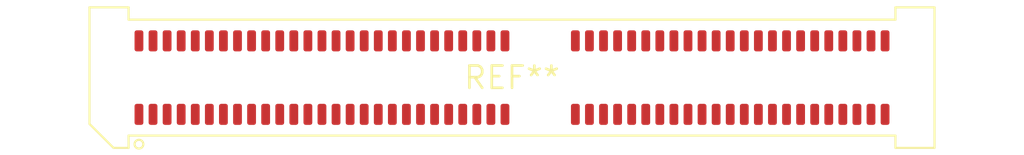
<source format=kicad_pcb>
(kicad_pcb (version 20240108) (generator pcbnew)
  (layers (0 "F.Cu" signal) (31 "B.Cu" signal) (34 "B.Paste" user) (35 "F.Paste" user) (36 "B.SilkS" user "B.Silkscreen") (37 "F.SilkS" user "F.Silkscreen") (38 "B.Mask" user) (39 "F.Mask" user) (44 "Edge.Cuts" user))
  (net 0 "")
  (footprint "Samtec_HSEC8-150-03-X-DV_2x50_P0.8mm_Pol27_Socket" (layer "F.Cu") (at 0 0)
    (property "Reference" "REF**")
    (property "Value" "Samtec_HSEC8-150-03-X-DV_2x50_P0.8mm_Pol27_Socket")
    (fp_line (start -24.01 -4.005) (end -21.79 -4.005) (layer "F.SilkS") (stroke (width 0.12)))
    (fp_line (start -24.01 2.640563) (end -24.01 -4.005) (layer "F.SilkS") (stroke (width 0.12)))
    (fp_line (start -22.645563 4.005) (end -24.01 2.640563) (layer "F.SilkS") (stroke (width 0.12)))
    (fp_line (start -21.79 -4.005) (end -21.79 -3.305) (layer "F.SilkS") (stroke (width 0.12)))
    (fp_line (start -21.79 -3.305) (end 21.79 -3.305) (layer "F.SilkS") (stroke (width 0.12)))
    (fp_line (start -21.79 3.305) (end -21.79 4.005) (layer "F.SilkS") (stroke (width 0.12)))
    (fp_line (start -21.79 4.005) (end -22.645563 4.005) (layer "F.SilkS") (stroke (width 0.12)))
    (fp_line (start 21.79 -4.005) (end 24.01 -4.005) (layer "F.SilkS") (stroke (width 0.12)))
    (fp_line (start 21.79 -3.305) (end 21.79 -4.005) (layer "F.SilkS") (stroke (width 0.12)))
    (fp_line (start 21.79 3.305) (end -21.79 3.305) (layer "F.SilkS") (stroke (width 0.12)))
    (fp_line (start 21.79 4.005) (end 21.79 3.305) (layer "F.SilkS") (stroke (width 0.12)))
    (fp_line (start 24.01 -4.005) (end 24.01 4.005) (layer "F.SilkS") (stroke (width 0.12)))
    (fp_line (start 24.01 4.005) (end 21.79 4.005) (layer "F.SilkS") (stroke (width 0.12)))
    (fp_arc (start -20.95 3.795) (mid -21.45 3.795) (end -20.95 3.795) (layer "F.SilkS") (stroke (width 0.12)))
    (pad "1" smd roundrect (at -21.2 2.095) (size 0.5 1.2) (layers "F.Cu" "F.Paste" "F.Mask"))
    (pad "2" smd roundrect (at -21.2 -2.095) (size 0.5 1.2) (layers "F.Cu" "F.Paste" "F.Mask"))
    (pad "3" smd roundrect (at -20.4 2.095) (size 0.5 1.2) (layers "F.Cu" "F.Paste" "F.Mask"))
    (pad "4" smd roundrect (at -20.4 -2.095) (size 0.5 1.2) (layers "F.Cu" "F.Paste" "F.Mask"))
    (pad "5" smd roundrect (at -19.6 2.095) (size 0.5 1.2) (layers "F.Cu" "F.Paste" "F.Mask"))
    (pad "6" smd roundrect (at -19.6 -2.095) (size 0.5 1.2) (layers "F.Cu" "F.Paste" "F.Mask"))
    (pad "7" smd roundrect (at -18.8 2.095) (size 0.5 1.2) (layers "F.Cu" "F.Paste" "F.Mask"))
    (pad "8" smd roundrect (at -18.8 -2.095) (size 0.5 1.2) (layers "F.Cu" "F.Paste" "F.Mask"))
    (pad "9" smd roundrect (at -18 2.095) (size 0.5 1.2) (layers "F.Cu" "F.Paste" "F.Mask"))
    (pad "10" smd roundrect (at -18 -2.095) (size 0.5 1.2) (layers "F.Cu" "F.Paste" "F.Mask"))
    (pad "11" smd roundrect (at -17.2 2.095) (size 0.5 1.2) (layers "F.Cu" "F.Paste" "F.Mask"))
    (pad "12" smd roundrect (at -17.2 -2.095) (size 0.5 1.2) (layers "F.Cu" "F.Paste" "F.Mask"))
    (pad "13" smd roundrect (at -16.4 2.095) (size 0.5 1.2) (layers "F.Cu" "F.Paste" "F.Mask"))
    (pad "14" smd roundrect (at -16.4 -2.095) (size 0.5 1.2) (layers "F.Cu" "F.Paste" "F.Mask"))
    (pad "15" smd roundrect (at -15.6 2.095) (size 0.5 1.2) (layers "F.Cu" "F.Paste" "F.Mask"))
    (pad "16" smd roundrect (at -15.6 -2.095) (size 0.5 1.2) (layers "F.Cu" "F.Paste" "F.Mask"))
    (pad "17" smd roundrect (at -14.8 2.095) (size 0.5 1.2) (layers "F.Cu" "F.Paste" "F.Mask"))
    (pad "18" smd roundrect (at -14.8 -2.095) (size 0.5 1.2) (layers "F.Cu" "F.Paste" "F.Mask"))
    (pad "19" smd roundrect (at -14 2.095) (size 0.5 1.2) (layers "F.Cu" "F.Paste" "F.Mask"))
    (pad "20" smd roundrect (at -14 -2.095) (size 0.5 1.2) (layers "F.Cu" "F.Paste" "F.Mask"))
    (pad "21" smd roundrect (at -13.2 2.095) (size 0.5 1.2) (layers "F.Cu" "F.Paste" "F.Mask"))
    (pad "22" smd roundrect (at -13.2 -2.095) (size 0.5 1.2) (layers "F.Cu" "F.Paste" "F.Mask"))
    (pad "23" smd roundrect (at -12.4 2.095) (size 0.5 1.2) (layers "F.Cu" "F.Paste" "F.Mask"))
    (pad "24" smd roundrect (at -12.4 -2.095) (size 0.5 1.2) (layers "F.Cu" "F.Paste" "F.Mask"))
    (pad "25" smd roundrect (at -11.6 2.095) (size 0.5 1.2) (layers "F.Cu" "F.Paste" "F.Mask"))
    (pad "26" smd roundrect (at -11.6 -2.095) (size 0.5 1.2) (layers "F.Cu" "F.Paste" "F.Mask"))
    (pad "27" smd roundrect (at -10.8 2.095) (size 0.5 1.2) (layers "F.Cu" "F.Paste" "F.Mask"))
    (pad "28" smd roundrect (at -10.8 -2.095) (size 0.5 1.2) (layers "F.Cu" "F.Paste" "F.Mask"))
    (pad "29" smd roundrect (at -10 2.095) (size 0.5 1.2) (layers "F.Cu" "F.Paste" "F.Mask"))
    (pad "30" smd roundrect (at -10 -2.095) (size 0.5 1.2) (layers "F.Cu" "F.Paste" "F.Mask"))
    (pad "31" smd roundrect (at -9.2 2.095) (size 0.5 1.2) (layers "F.Cu" "F.Paste" "F.Mask"))
    (pad "32" smd roundrect (at -9.2 -2.095) (size 0.5 1.2) (layers "F.Cu" "F.Paste" "F.Mask"))
    (pad "33" smd roundrect (at -8.4 2.095) (size 0.5 1.2) (layers "F.Cu" "F.Paste" "F.Mask"))
    (pad "34" smd roundrect (at -8.4 -2.095) (size 0.5 1.2) (layers "F.Cu" "F.Paste" "F.Mask"))
    (pad "35" smd roundrect (at -7.6 2.095) (size 0.5 1.2) (layers "F.Cu" "F.Paste" "F.Mask"))
    (pad "36" smd roundrect (at -7.6 -2.095) (size 0.5 1.2) (layers "F.Cu" "F.Paste" "F.Mask"))
    (pad "37" smd roundrect (at -6.8 2.095) (size 0.5 1.2) (layers "F.Cu" "F.Paste" "F.Mask"))
    (pad "38" smd roundrect (at -6.8 -2.095) (size 0.5 1.2) (layers "F.Cu" "F.Paste" "F.Mask"))
    (pad "39" smd roundrect (at -6 2.095) (size 0.5 1.2) (layers "F.Cu" "F.Paste" "F.Mask"))
    (pad "40" smd roundrect (at -6 -2.095) (size 0.5 1.2) (layers "F.Cu" "F.Paste" "F.Mask"))
    (pad "41" smd roundrect (at -5.2 2.095) (size 0.5 1.2) (layers "F.Cu" "F.Paste" "F.Mask"))
    (pad "42" smd roundrect (at -5.2 -2.095) (size 0.5 1.2) (layers "F.Cu" "F.Paste" "F.Mask"))
    (pad "43" smd roundrect (at -4.4 2.095) (size 0.5 1.2) (layers "F.Cu" "F.Paste" "F.Mask"))
    (pad "44" smd roundrect (at -4.4 -2.095) (size 0.5 1.2) (layers "F.Cu" "F.Paste" "F.Mask"))
    (pad "45" smd roundrect (at -3.6 2.095) (size 0.5 1.2) (layers "F.Cu" "F.Paste" "F.Mask"))
    (pad "46" smd roundrect (at -3.6 -2.095) (size 0.5 1.2) (layers "F.Cu" "F.Paste" "F.Mask"))
    (pad "47" smd roundrect (at -2.8 2.095) (size 0.5 1.2) (layers "F.Cu" "F.Paste" "F.Mask"))
    (pad "48" smd roundrect (at -2.8 -2.095) (size 0.5 1.2) (layers "F.Cu" "F.Paste" "F.Mask"))
    (pad "49" smd roundrect (at -2 2.095) (size 0.5 1.2) (layers "F.Cu" "F.Paste" "F.Mask"))
    (pad "50" smd roundrect (at -2 -2.095) (size 0.5 1.2) (layers "F.Cu" "F.Paste" "F.Mask"))
    (pad "51" smd roundrect (at -1.2 2.095) (size 0.5 1.2) (layers "F.Cu" "F.Paste" "F.Mask"))
    (pad "52" smd roundrect (at -1.2 -2.095) (size 0.5 1.2) (layers "F.Cu" "F.Paste" "F.Mask"))
    (pad "53" smd roundrect (at -0.4 2.095) (size 0.5 1.2) (layers "F.Cu" "F.Paste" "F.Mask"))
    (pad "54" smd roundrect (at -0.4 -2.095) (size 0.5 1.2) (layers "F.Cu" "F.Paste" "F.Mask"))
    (pad "55" smd roundrect (at 3.6 2.095) (size 0.5 1.2) (layers "F.Cu" "F.Paste" "F.Mask"))
    (pad "56" smd roundrect (at 3.6 -2.095) (size 0.5 1.2) (layers "F.Cu" "F.Paste" "F.Mask"))
    (pad "57" smd roundrect (at 4.4 2.095) (size 0.5 1.2) (layers "F.Cu" "F.Paste" "F.Mask"))
    (pad "58" smd roundrect (at 4.4 -2.095) (size 0.5 1.2) (layers "F.Cu" "F.Paste" "F.Mask"))
    (pad "59" smd roundrect (at 5.2 2.095) (size 0.5 1.2) (layers "F.Cu" "F.Paste" "F.Mask"))
    (pad "60" smd roundrect (at 5.2 -2.095) (size 0.5 1.2) (layers "F.Cu" "F.Paste" "F.Mask"))
    (pad "61" smd roundrect (at 6 2.095) (size 0.5 1.2) (layers "F.Cu" "F.Paste" "F.Mask"))
    (pad "62" smd roundrect (at 6 -2.095) (size 0.5 1.2) (layers "F.Cu" "F.Paste" "F.Mask"))
    (pad "63" smd roundrect (at 6.8 2.095) (size 0.5 1.2) (layers "F.Cu" "F.Paste" "F.Mask"))
    (pad "64" smd roundrect (at 6.8 -2.095) (size 0.5 1.2) (layers "F.Cu" "F.Paste" "F.Mask"))
    (pad "65" smd roundrect (at 7.6 2.095) (size 0.5 1.2) (layers "F.Cu" "F.Paste" "F.Mask"))
    (pad "66" smd roundrect (at 7.6 -2.095) (size 0.5 1.2) (layers "F.Cu" "F.Paste" "F.Mask"))
    (pad "67" smd roundrect (at 8.4 2.095) (size 0.5 1.2) (layers "F.Cu" "F.Paste" "F.Mask"))
    (pad "68" smd roundrect (at 8.4 -2.095) (size 0.5 1.2) (layers "F.Cu" "F.Paste" "F.Mask"))
    (pad "69" smd roundrect (at 9.2 2.095) (size 0.5 1.2) (layers "F.Cu" "F.Paste" "F.Mask"))
    (pad "70" smd roundrect (at 9.2 -2.095) (size 0.5 1.2) (layers "F.Cu" "F.Paste" "F.Mask"))
    (pad "71" smd roundrect (at 10 2.095) (size 0.5 1.2) (layers "F.Cu" "F.Paste" "F.Mask"))
    (pad "72" smd roundrect (at 10 -2.095) (size 0.5 1.2) (layers "F.Cu" "F.Paste" "F.Mask"))
    (pad "73" smd roundrect (at 10.8 2.095) (size 0.5 1.2) (layers "F.Cu" "F.Paste" "F.Mask"))
    (pad "74" smd roundrect (at 10.8 -2.095) (size 0.5 1.2) (layers "F.Cu" "F.Paste" "F.Mask"))
    (pad "75" smd roundrect (at 11.6 2.095) (size 0.5 1.2) (layers "F.Cu" "F.Paste" "F.Mask"))
    (pad "76" smd roundrect (at 11.6 -2.095) (size 0.5 1.2) (layers "F.Cu" "F.Paste" "F.Mask"))
    (pad "77" smd roundrect (at 12.4 2.095) (size 0.5 1.2) (layers "F.Cu" "F.Paste" "F.Mask"))
    (pad "78" smd roundrect (at 12.4 -2.095) (size 0.5 1.2) (layers "F.Cu" "F.Paste" "F.Mask"))
    (pad "79" smd roundrect (at 13.2 2.095) (size 0.5 1.2) (layers "F.Cu" "F.Paste" "F.Mask"))
    (pad "80" smd roundrect (at 13.2 -2.095) (size 0.5 1.2) (layers "F.Cu" "F.Paste" "F.Mask"))
    (pad "81" smd roundrect (at 14 2.095) (size 0.5 1.2) (layers "F.Cu" "F.Paste" "F.Mask"))
    (pad "82" smd roundrect (at 14 -2.095) (size 0.5 1.2) (layers "F.Cu" "F.Paste" "F.Mask"))
    (pad "83" smd roundrect (at 14.8 2.095) (size 0.5 1.2) (layers "F.Cu" "F.Paste" "F.Mask"))
    (pad "84" smd roundrect (at 14.8 -2.095) (size 0.5 1.2) (layers "F.Cu" "F.Paste" "F.Mask"))
    (pad "85" smd roundrect (at 15.6 2.095) (size 0.5 1.2) (layers "F.Cu" "F.Paste" "F.Mask"))
    (pad "86" smd roundrect (at 15.6 -2.095) (size 0.5 1.2) (layers "F.Cu" "F.Paste" "F.Mask"))
    (pad "87" smd roundrect (at 16.4 2.095) (size 0.5 1.2) (layers "F.Cu" "F.Paste" "F.Mask"))
    (pad "88" smd roundrect (at 16.4 -2.095) (size 0.5 1.2) (layers "F.Cu" "F.Paste" "F.Mask"))
    (pad "89" smd roundrect (at 17.2 2.095) (size 0.5 1.2) (layers "F.Cu" "F.Paste" "F.Mask"))
    (pad "90" smd roundrect (at 17.2 -2.095) (size 0.5 1.2) (layers "F.Cu" "F.Paste" "F.Mask"))
    (pad "91" smd roundrect (at 18 2.095) (size 0.5 1.2) (layers "F.Cu" "F.Paste" "F.Mask"))
    (pad "92" smd roundrect (at 18 -2.095) (size 0.5 1.2) (layers "F.Cu" "F.Paste" "F.Mask"))
    (pad "93" smd roundrect (at 18.8 2.095) (size 0.5 1.2) (layers "F.Cu" "F.Paste" "F.Mask"))
    (pad "94" smd roundrect (at 18.8 -2.095) (size 0.5 1.2) (layers "F.Cu" "F.Paste" "F.Mask"))
    (pad "95" smd roundrect (at 19.6 2.095) (size 0.5 1.2) (layers "F.Cu" "F.Paste" "F.Mask"))
    (pad "96" smd roundrect (at 19.6 -2.095) (size 0.5 1.2) (layers "F.Cu" "F.Paste" "F.Mask"))
    (pad "97" smd roundrect (at 20.4 2.095) (size 0.5 1.2) (layers "F.Cu" "F.Paste" "F.Mask"))
    (pad "98" smd roundrect (at 20.4 -2.095) (size 0.5 1.2) (layers "F.Cu" "F.Paste" "F.Mask"))
    (pad "99" smd roundrect (at 21.2 2.095) (size 0.5 1.2) (layers "F.Cu" "F.Paste" "F.Mask"))
    (pad "100" smd roundrect (at 21.2 -2.095) (size 0.5 1.2) (layers "F.Cu" "F.Paste" "F.Mask"))
  )
)
</source>
